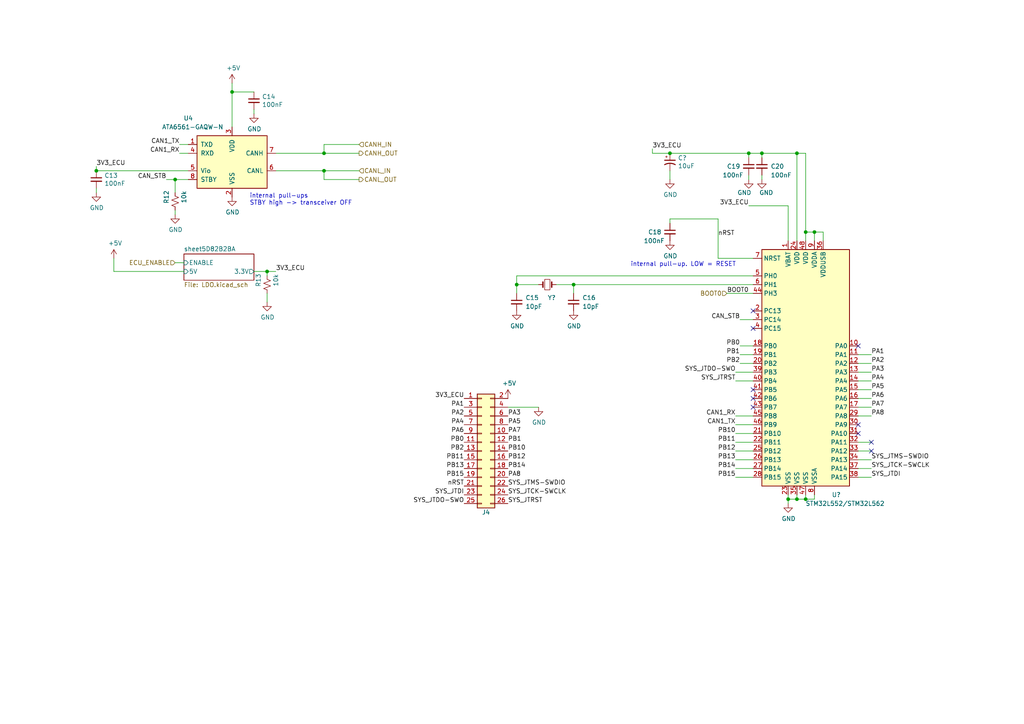
<source format=kicad_sch>
(kicad_sch (version 20230121) (generator eeschema)
  (paper "A4")
  (title_block (title "RAMN: Resistant Automotive Miniature Network V1.0") (date "2024-02-20") (rev "B2L") (company "Copyright (c) 2024 TOYOTA MOTOR CORPORATION. ALL RIGHTS RESERVED.") (comment 3 "License: CC BY-SA 4.0") (comment 4 "https://github.com/toyotainfotech/ramn"))
  (lib_symbols
    (symbol "Connector_Generic:Conn_02x13_Odd_Even" (pin_names (offset 1.016) hide)
      (property "Reference" "J" (at 1.27 17.78 0))
      (property "Value" "Conn_02x13_Odd_Even" (at 1.27 -17.78 0))
      (symbol "Conn_02x13_Odd_Even_1_1"
        (rectangle (start -1.27 -15.113) (end 0 -15.367) (stroke (width 0.1524)))
        (rectangle (start -1.27 -12.573) (end 0 -12.827) (stroke (width 0.1524)))
        (rectangle (start -1.27 -10.033) (end 0 -10.287) (stroke (width 0.1524)))
        (rectangle (start -1.27 -7.493) (end 0 -7.747) (stroke (width 0.1524)))
        (rectangle (start -1.27 -4.953) (end 0 -5.207) (stroke (width 0.1524)))
        (rectangle (start -1.27 -2.413) (end 0 -2.667) (stroke (width 0.1524)))
        (rectangle (start -1.27 0.127) (end 0 -0.127) (stroke (width 0.1524)))
        (rectangle (start -1.27 2.667) (end 0 2.413) (stroke (width 0.1524)))
        (rectangle (start -1.27 5.207) (end 0 4.953) (stroke (width 0.1524)))
        (rectangle (start -1.27 7.747) (end 0 7.493) (stroke (width 0.1524)))
        (rectangle (start -1.27 10.287) (end 0 10.033) (stroke (width 0.1524)))
        (rectangle (start -1.27 12.827) (end 0 12.573) (stroke (width 0.1524)))
        (rectangle (start -1.27 15.367) (end 0 15.113) (stroke (width 0.1524)))
        (rectangle (start -1.27 16.51) (end 3.81 -16.51) (stroke (width 0.254)) (fill (type background)))
        (rectangle (start 3.81 -15.113) (end 2.54 -15.367) (stroke (width 0.1524)))
        (rectangle (start 3.81 -12.573) (end 2.54 -12.827) (stroke (width 0.1524)))
        (rectangle (start 3.81 -10.033) (end 2.54 -10.287) (stroke (width 0.1524)))
        (rectangle (start 3.81 -7.493) (end 2.54 -7.747) (stroke (width 0.1524)))
        (rectangle (start 3.81 -4.953) (end 2.54 -5.207) (stroke (width 0.1524)))
        (rectangle (start 3.81 -2.413) (end 2.54 -2.667) (stroke (width 0.1524)))
        (rectangle (start 3.81 0.127) (end 2.54 -0.127) (stroke (width 0.1524)))
        (rectangle (start 3.81 2.667) (end 2.54 2.413) (stroke (width 0.1524)))
        (rectangle (start 3.81 5.207) (end 2.54 4.953) (stroke (width 0.1524)))
        (rectangle (start 3.81 7.747) (end 2.54 7.493) (stroke (width 0.1524)))
        (rectangle (start 3.81 10.287) (end 2.54 10.033) (stroke (width 0.1524)))
        (rectangle (start 3.81 12.827) (end 2.54 12.573) (stroke (width 0.1524)))
        (rectangle (start 3.81 15.367) (end 2.54 15.113) (stroke (width 0.1524)))
        (pin passive line (at -5.08 15.24 0) (length 3.81) (name "Pin_1") (number "1"))
        (pin passive line (at 7.62 5.08 180) (length 3.81) (name "Pin_10") (number "10"))
        (pin passive line (at -5.08 2.54 0) (length 3.81) (name "Pin_11") (number "11"))
        (pin passive line (at 7.62 2.54 180) (length 3.81) (name "Pin_12") (number "12"))
        (pin passive line (at -5.08 0 0) (length 3.81) (name "Pin_13") (number "13"))
        (pin passive line (at 7.62 0 180) (length 3.81) (name "Pin_14") (number "14"))
        (pin passive line (at -5.08 -2.54 0) (length 3.81) (name "Pin_15") (number "15"))
        (pin passive line (at 7.62 -2.54 180) (length 3.81) (name "Pin_16") (number "16"))
        (pin passive line (at -5.08 -5.08 0) (length 3.81) (name "Pin_17") (number "17"))
        (pin passive line (at 7.62 -5.08 180) (length 3.81) (name "Pin_18") (number "18"))
        (pin passive line (at -5.08 -7.62 0) (length 3.81) (name "Pin_19") (number "19"))
        (pin passive line (at 7.62 15.24 180) (length 3.81) (name "Pin_2") (number "2"))
        (pin passive line (at 7.62 -7.62 180) (length 3.81) (name "Pin_20") (number "20"))
        (pin passive line (at -5.08 -10.16 0) (length 3.81) (name "Pin_21") (number "21"))
        (pin passive line (at 7.62 -10.16 180) (length 3.81) (name "Pin_22") (number "22"))
        (pin passive line (at -5.08 -12.7 0) (length 3.81) (name "Pin_23") (number "23"))
        (pin passive line (at 7.62 -12.7 180) (length 3.81) (name "Pin_24") (number "24"))
        (pin passive line (at -5.08 -15.24 0) (length 3.81) (name "Pin_25") (number "25"))
        (pin passive line (at 7.62 -15.24 180) (length 3.81) (name "Pin_26") (number "26"))
        (pin passive line (at -5.08 12.7 0) (length 3.81) (name "Pin_3") (number "3"))
        (pin passive line (at 7.62 12.7 180) (length 3.81) (name "Pin_4") (number "4"))
        (pin passive line (at -5.08 10.16 0) (length 3.81) (name "Pin_5") (number "5"))
        (pin passive line (at 7.62 10.16 180) (length 3.81) (name "Pin_6") (number "6"))
        (pin passive line (at -5.08 7.62 0) (length 3.81) (name "Pin_7") (number "7"))
        (pin passive line (at 7.62 7.62 180) (length 3.81) (name "Pin_8") (number "8"))
        (pin passive line (at -5.08 5.08 0) (length 3.81) (name "Pin_9") (number "9"))
      )
    )
    (symbol "Device:C_Small" (pin_numbers hide) (pin_names (offset 0.254) hide)
      (property "Reference" "C" (at 0.254 1.778 0))
      (property "Value" "C_Small" (at 0.254 -2.032 0))
      (symbol "C_Small_0_1"
        (polyline (pts (xy -1.524 -0.508) (xy 1.524 -0.508)) (stroke (width 0.3302)))
        (polyline (pts (xy -1.524 0.508) (xy 1.524 0.508)) (stroke (width 0.3048)))
      )
      (symbol "C_Small_1_1"
        (pin passive line (at 0 2.54 270) (length 2.032) (name "~") (number "1"))
        (pin passive line (at 0 -2.54 90) (length 2.032) (name "~") (number "2"))
      )
    )
    (symbol "Device:Crystal_Small" (pin_numbers hide) (pin_names (offset 1.016) hide)
      (property "Reference" "Y" (at 0 2.54 0))
      (property "Value" "Crystal_Small" (at 0 -2.54 0))
      (symbol "Crystal_Small_0_1"
        (rectangle (start -0.762 -1.524) (end 0.762 1.524))
        (polyline (pts (xy -1.27 -0.762) (xy -1.27 0.762)) (stroke (width 0.381)))
        (polyline (pts (xy 1.27 -0.762) (xy 1.27 0.762)) (stroke (width 0.381)))
      )
      (symbol "Crystal_Small_1_1"
        (pin passive line (at -2.54 0 0) (length 1.27) (name "1") (number "1"))
        (pin passive line (at 2.54 0 180) (length 1.27) (name "2") (number "2"))
      )
    )
    (symbol "Device:R_Small_US" (pin_numbers hide) (pin_names (offset 0.254) hide)
      (property "Reference" "R" (at 0.762 0.508 0))
      (property "Value" "R_Small_US" (at 0.762 -1.016 0))
      (symbol "R_Small_US_1_1"
        (polyline (pts (xy 0 0) (xy 1.016 -0.381) (xy 0 -0.762) (xy -1.016 -1.143) (xy 0 -1.524)))
        (polyline (pts (xy 0 1.524) (xy 1.016 1.143) (xy 0 0.762) (xy -1.016 0.381) (xy 0 0)))
        (pin passive line (at 0 2.54 270) (length 1.016) (name "~") (number "1"))
        (pin passive line (at 0 -2.54 90) (length 1.016) (name "~") (number "2"))
      )
    )
    (symbol "Interface_CAN_LIN:MCP2562-E-SN" (pin_names (offset 1.016))
      (property "Reference" "U" (at -10.16 8.89 0))
      (property "Value" "MCP2562-E-SN" (at 2.54 8.89 0))
      (symbol "MCP2562-E-SN_0_1"
        (rectangle (start -10.16 7.62) (end 10.16 -7.62) (stroke (width 0.254)) (fill (type background)))
      )
      (symbol "MCP2562-E-SN_1_1"
        (pin input line (at -12.7 5.08 0) (length 2.54) (name "TXD") (number "1"))
        (pin power_in line (at 0 -10.16 90) (length 2.54) (name "VSS") (number "2"))
        (pin power_in line (at 0 10.16 270) (length 2.54) (name "VDD") (number "3"))
        (pin output line (at -12.7 2.54 0) (length 2.54) (name "RXD") (number "4"))
        (pin power_in line (at -12.7 -2.54 0) (length 2.54) (name "Vio") (number "5"))
        (pin bidirectional line (at 12.7 -2.54 180) (length 2.54) (name "CANL") (number "6"))
        (pin bidirectional line (at 12.7 2.54 180) (length 2.54) (name "CANH") (number "7"))
        (pin input line (at -12.7 -5.08 0) (length 2.54) (name "STBY") (number "8"))
      )
    )
    (symbol "power:+5V" (power) (pin_names (offset 0))
      (property "Value" "+5V" (at 0 3.556 0))
      (symbol "+5V_0_1"
        (polyline (pts (xy -0.762 1.27) (xy 0 2.54)))
        (polyline (pts (xy 0 0) (xy 0 2.54)))
        (polyline (pts (xy 0 2.54) (xy 0.762 1.27)))
      )
      (symbol "+5V_1_1"
        (pin power_in line (at 0 0 90) (length 0) hide (name "+5V") (number "1"))
      )
    )
    (symbol "power:GND" (power) (pin_names (offset 0))
      (property "Value" "GND" (at 0 -3.81 0))
      (symbol "GND_0_1"
        (polyline (pts (xy 0 0) (xy 0 -1.27) (xy 1.27 -1.27) (xy 0 -2.54) (xy -1.27 -1.27) (xy 0 -1.27)))
      )
      (symbol "GND_1_1"
        (pin power_in line (at 0 0 270) (length 0) hide (name "GND") (number "1"))
      )
    )
    (symbol "ramn-rescue:CP1_Small-Device" (pin_numbers hide) (pin_names (offset 0.254) hide)
      (property "Reference" "C" (at 0.254 1.778 0))
      (property "Value" "Device_CP1_Small" (at 0.254 -2.032 0))
      (symbol "CP1_Small-Device_0_1"
        (polyline (pts (xy -1.524 0.508) (xy 1.524 0.508)) (stroke (width 0.3048)))
        (polyline (pts (xy -1.27 1.524) (xy -0.762 1.524)))
        (polyline (pts (xy -1.016 1.27) (xy -1.016 1.778)))
        (arc (start 1.524 -0.762) (mid 0 -0.3734) (end -1.524 -0.762) (stroke (width 0.3048)))
      )
      (symbol "CP1_Small-Device_1_1"
        (pin passive line (at 0 2.54 270) (length 2.032) (name "~") (number "1"))
        (pin passive line (at 0 -2.54 90) (length 2.032) (name "~") (number "2"))
      )
    )
    (symbol "ramn-rescue:STM32L443CCTx-MCU_ST_STM32L4"
      (property "Reference" "U" (at -12.7 34.29 0))
      (property "Value" "MCU_ST_STM32L4_STM32L443CCTx" (at 7.62 34.29 0))
      (symbol "STM32L443CCTx-MCU_ST_STM32L4_0_1"
        (rectangle (start -12.7 -35.56) (end 12.7 33.02) (stroke (width 0.254)) (fill (type background)))
      )
      (symbol "STM32L443CCTx-MCU_ST_STM32L4_1_1"
        (pin power_in line (at -5.08 35.56 270) (length 2.54) (name "VBAT") (number "1"))
        (pin bidirectional line (at 15.24 5.08 180) (length 2.54) (name "PA0") (number "10"))
        (pin bidirectional line (at 15.24 2.54 180) (length 2.54) (name "PA1") (number "11"))
        (pin bidirectional line (at 15.24 0 180) (length 2.54) (name "PA2") (number "12"))
        (pin bidirectional line (at 15.24 -2.54 180) (length 2.54) (name "PA3") (number "13"))
        (pin bidirectional line (at 15.24 -5.08 180) (length 2.54) (name "PA4") (number "14"))
        (pin bidirectional line (at 15.24 -7.62 180) (length 2.54) (name "PA5") (number "15"))
        (pin bidirectional line (at 15.24 -10.16 180) (length 2.54) (name "PA6") (number "16"))
        (pin bidirectional line (at 15.24 -12.7 180) (length 2.54) (name "PA7") (number "17"))
        (pin bidirectional line (at -15.24 5.08 0) (length 2.54) (name "PB0") (number "18"))
        (pin bidirectional line (at -15.24 2.54 0) (length 2.54) (name "PB1") (number "19"))
        (pin bidirectional line (at -15.24 15.24 0) (length 2.54) (name "PC13") (number "2"))
        (pin bidirectional line (at -15.24 0 0) (length 2.54) (name "PB2") (number "20"))
        (pin bidirectional line (at -15.24 -20.32 0) (length 2.54) (name "PB10") (number "21"))
        (pin bidirectional line (at -15.24 -22.86 0) (length 2.54) (name "PB11") (number "22"))
        (pin power_in line (at -5.08 -38.1 90) (length 2.54) (name "VSS") (number "23"))
        (pin power_in line (at -2.54 35.56 270) (length 2.54) (name "VDD") (number "24"))
        (pin bidirectional line (at -15.24 -25.4 0) (length 2.54) (name "PB12") (number "25"))
        (pin bidirectional line (at -15.24 -27.94 0) (length 2.54) (name "PB13") (number "26"))
        (pin bidirectional line (at -15.24 -30.48 0) (length 2.54) (name "PB14") (number "27"))
        (pin bidirectional line (at -15.24 -33.02 0) (length 2.54) (name "PB15") (number "28"))
        (pin bidirectional line (at 15.24 -15.24 180) (length 2.54) (name "PA8") (number "29"))
        (pin bidirectional line (at -15.24 12.7 0) (length 2.54) (name "PC14") (number "3"))
        (pin bidirectional line (at 15.24 -17.78 180) (length 2.54) (name "PA9") (number "30"))
        (pin bidirectional line (at 15.24 -20.32 180) (length 2.54) (name "PA10") (number "31"))
        (pin bidirectional line (at 15.24 -22.86 180) (length 2.54) (name "PA11") (number "32"))
        (pin bidirectional line (at 15.24 -25.4 180) (length 2.54) (name "PA12") (number "33"))
        (pin bidirectional line (at 15.24 -27.94 180) (length 2.54) (name "PA13") (number "34"))
        (pin power_in line (at -2.54 -38.1 90) (length 2.54) (name "VSS") (number "35"))
        (pin power_in line (at 5.08 35.56 270) (length 2.54) (name "VDDUSB") (number "36"))
        (pin bidirectional line (at 15.24 -30.48 180) (length 2.54) (name "PA14") (number "37"))
        (pin bidirectional line (at 15.24 -33.02 180) (length 2.54) (name "PA15") (number "38"))
        (pin bidirectional line (at -15.24 -2.54 0) (length 2.54) (name "PB3") (number "39"))
        (pin bidirectional line (at -15.24 10.16 0) (length 2.54) (name "PC15") (number "4"))
        (pin bidirectional line (at -15.24 -5.08 0) (length 2.54) (name "PB4") (number "40"))
        (pin bidirectional line (at -15.24 -7.62 0) (length 2.54) (name "PB5") (number "41"))
        (pin bidirectional line (at -15.24 -10.16 0) (length 2.54) (name "PB6") (number "42"))
        (pin bidirectional line (at -15.24 -12.7 0) (length 2.54) (name "PB7") (number "43"))
        (pin bidirectional line (at -15.24 20.32 0) (length 2.54) (name "PH3") (number "44"))
        (pin bidirectional line (at -15.24 -15.24 0) (length 2.54) (name "PB8") (number "45"))
        (pin bidirectional line (at -15.24 -17.78 0) (length 2.54) (name "PB9") (number "46"))
        (pin power_in line (at 0 -38.1 90) (length 2.54) (name "VSS") (number "47"))
        (pin power_in line (at 0 35.56 270) (length 2.54) (name "VDD") (number "48"))
        (pin input line (at -15.24 25.4 0) (length 2.54) (name "PH0") (number "5"))
        (pin input line (at -15.24 22.86 0) (length 2.54) (name "PH1") (number "6"))
        (pin input line (at -15.24 30.48 0) (length 2.54) (name "NRST") (number "7"))
        (pin power_in line (at 2.54 -38.1 90) (length 2.54) (name "VSSA") (number "8"))
        (pin power_in line (at 2.54 35.56 270) (length 2.54) (name "VDDA") (number "9"))
      )
    )
  )
  (junction (at 231.14 144.78))
  (junction (at 236.22 67.31))
  (junction (at 93.98 44.45))
  (junction (at 93.98 49.53))
  (junction (at 194.31 44.45))
  (junction (at 231.14 44.45))
  (junction (at 149.86 82.55))
  (junction (at 77.47 78.74))
  (junction (at 166.37 82.55))
  (junction (at 27.94 49.53))
  (junction (at 233.68 144.78))
  (junction (at 50.8 52.07))
  (junction (at 233.68 67.31))
  (junction (at 217.17 44.45))
  (junction (at 220.98 44.45))
  (junction (at 228.6 144.78))
  (junction (at 67.31 26.67))
  (no_connect (at 218.44 115.57))
  (no_connect (at 218.44 118.11))
  (no_connect (at 252.73 130.81))
  (no_connect (at 218.44 90.17))
  (no_connect (at 248.92 100.33))
  (no_connect (at 218.44 113.03))
  (no_connect (at 252.73 128.27))
  (no_connect (at 248.92 123.19))
  (no_connect (at 248.92 125.73))
  (no_connect (at 218.44 95.25))
  (wire (pts (xy 248.92 118.11) (xy 252.73 118.11)))
  (wire (pts (xy 80.01 49.53) (xy 93.98 49.53)))
  (wire (pts (xy 213.36 135.89) (xy 218.44 135.89)))
  (wire (pts (xy 248.92 115.57) (xy 252.73 115.57)))
  (wire (pts (xy 214.63 105.41) (xy 218.44 105.41)))
  (wire (pts (xy 194.31 44.45) (xy 189.23 44.45)))
  (wire (pts (xy 67.31 26.67) (xy 67.31 36.83)))
  (wire (pts (xy 231.14 144.78) (xy 228.6 144.78)))
  (wire (pts (xy 149.86 80.01) (xy 218.44 80.01)))
  (wire (pts (xy 217.17 44.45) (xy 220.98 44.45)))
  (wire (pts (xy 194.31 49.53) (xy 194.31 52.07)))
  (wire (pts (xy 236.22 144.78) (xy 233.68 144.78)))
  (wire (pts (xy 217.17 59.69) (xy 228.6 59.69)))
  (wire (pts (xy 93.98 52.07) (xy 104.14 52.07)))
  (wire (pts (xy 228.6 143.51) (xy 228.6 144.78)))
  (wire (pts (xy 218.44 107.95) (xy 213.36 107.95)))
  (wire (pts (xy 93.98 41.91) (xy 104.14 41.91)))
  (wire (pts (xy 248.92 110.49) (xy 252.73 110.49)))
  (wire (pts (xy 210.82 85.09) (xy 218.44 85.09)))
  (wire (pts (xy 248.92 120.65) (xy 252.73 120.65)))
  (wire (pts (xy 248.92 105.41) (xy 252.73 105.41)))
  (wire (pts (xy 252.73 128.27) (xy 248.92 128.27)))
  (wire (pts (xy 147.32 118.11) (xy 156.21 118.11)))
  (wire (pts (xy 189.23 44.45) (xy 189.23 43.18)))
  (wire (pts (xy 213.36 130.81) (xy 218.44 130.81)))
  (wire (pts (xy 213.36 125.73) (xy 218.44 125.73)))
  (wire (pts (xy 50.8 76.2) (xy 53.34 76.2)))
  (wire (pts (xy 252.73 138.43) (xy 248.92 138.43)))
  (wire (pts (xy 233.68 67.31) (xy 233.68 44.45)))
  (wire (pts (xy 236.22 69.85) (xy 236.22 67.31)))
  (wire (pts (xy 248.92 107.95) (xy 252.73 107.95)))
  (wire (pts (xy 231.14 143.51) (xy 231.14 144.78)))
  (wire (pts (xy 213.36 138.43) (xy 218.44 138.43)))
  (wire (pts (xy 77.47 80.01) (xy 77.47 78.74)))
  (wire (pts (xy 213.36 128.27) (xy 218.44 128.27)))
  (wire (pts (xy 27.94 48.26) (xy 27.94 49.53)))
  (wire (pts (xy 77.47 78.74) (xy 80.01 78.74)))
  (wire (pts (xy 50.8 52.07) (xy 48.26 52.07)))
  (wire (pts (xy 194.31 44.45) (xy 217.17 44.45)))
  (wire (pts (xy 217.17 44.45) (xy 217.17 45.72)))
  (wire (pts (xy 252.73 135.89) (xy 248.92 135.89)))
  (wire (pts (xy 194.31 63.5) (xy 208.28 63.5)))
  (wire (pts (xy 27.94 49.53) (xy 54.61 49.53)))
  (wire (pts (xy 248.92 113.03) (xy 252.73 113.03)))
  (wire (pts (xy 208.28 74.93) (xy 218.44 74.93)))
  (wire (pts (xy 50.8 52.07) (xy 50.8 55.88)))
  (wire (pts (xy 50.8 60.96) (xy 50.8 62.23)))
  (wire (pts (xy 161.29 82.55) (xy 166.37 82.55)))
  (wire (pts (xy 73.66 26.67) (xy 67.31 26.67)))
  (wire (pts (xy 214.63 102.87) (xy 218.44 102.87)))
  (wire (pts (xy 231.14 44.45) (xy 233.68 44.45)))
  (wire (pts (xy 73.66 78.74) (xy 77.47 78.74)))
  (wire (pts (xy 218.44 110.49) (xy 213.36 110.49)))
  (wire (pts (xy 218.44 92.71) (xy 214.63 92.71)))
  (wire (pts (xy 194.31 64.77) (xy 194.31 63.5)))
  (wire (pts (xy 208.28 63.5) (xy 208.28 74.93)))
  (wire (pts (xy 220.98 44.45) (xy 220.98 45.72)))
  (wire (pts (xy 149.86 80.01) (xy 149.86 82.55)))
  (wire (pts (xy 233.68 143.51) (xy 233.68 144.78)))
  (wire (pts (xy 236.22 143.51) (xy 236.22 144.78)))
  (wire (pts (xy 54.61 52.07) (xy 50.8 52.07)))
  (wire (pts (xy 166.37 82.55) (xy 218.44 82.55)))
  (wire (pts (xy 149.86 82.55) (xy 149.86 85.09)))
  (wire (pts (xy 166.37 82.55) (xy 166.37 85.09)))
  (wire (pts (xy 248.92 133.35) (xy 252.73 133.35)))
  (wire (pts (xy 33.02 74.93) (xy 33.02 78.74)))
  (wire (pts (xy 93.98 49.53) (xy 104.14 49.53)))
  (wire (pts (xy 213.36 123.19) (xy 218.44 123.19)))
  (wire (pts (xy 27.94 54.61) (xy 27.94 55.88)))
  (wire (pts (xy 220.98 50.8) (xy 220.98 52.07)))
  (wire (pts (xy 67.31 24.13) (xy 67.31 26.67)))
  (wire (pts (xy 220.98 44.45) (xy 231.14 44.45)))
  (wire (pts (xy 93.98 44.45) (xy 93.98 41.91)))
  (wire (pts (xy 236.22 67.31) (xy 233.68 67.31)))
  (wire (pts (xy 228.6 144.78) (xy 228.6 146.05)))
  (wire (pts (xy 214.63 100.33) (xy 218.44 100.33)))
  (wire (pts (xy 73.66 31.75) (xy 73.66 33.02)))
  (wire (pts (xy 236.22 67.31) (xy 238.76 67.31)))
  (wire (pts (xy 77.47 85.09) (xy 77.47 87.63)))
  (wire (pts (xy 149.86 82.55) (xy 156.21 82.55)))
  (wire (pts (xy 217.17 50.8) (xy 217.17 52.07)))
  (wire (pts (xy 228.6 59.69) (xy 228.6 69.85)))
  (wire (pts (xy 248.92 102.87) (xy 252.73 102.87)))
  (wire (pts (xy 80.01 44.45) (xy 93.98 44.45)))
  (wire (pts (xy 238.76 67.31) (xy 238.76 69.85)))
  (wire (pts (xy 231.14 69.85) (xy 231.14 44.45)))
  (wire (pts (xy 213.36 133.35) (xy 218.44 133.35)))
  (wire (pts (xy 52.07 44.45) (xy 54.61 44.45)))
  (wire (pts (xy 93.98 44.45) (xy 104.14 44.45)))
  (wire (pts (xy 33.02 78.74) (xy 53.34 78.74)))
  (wire (pts (xy 233.68 69.85) (xy 233.68 67.31)))
  (wire (pts (xy 93.98 52.07) (xy 93.98 49.53)))
  (wire (pts (xy 248.92 130.81) (xy 252.73 130.81)))
  (wire (pts (xy 52.07 41.91) (xy 54.61 41.91)))
  (wire (pts (xy 233.68 144.78) (xy 231.14 144.78)))
  (wire (pts (xy 213.36 120.65) (xy 218.44 120.65)))
  (text "internal pull-ups\nSTBY high -> transceiver OFF" (at 72.39 59.69 0) (effects (font (size 1.27 1.27)) (justify left bottom)))
  (text "internal pull-up. LOW = RESET" (at 182.88 77.47 0) (effects (font (size 1.27 1.27)) (justify left bottom)))
  (label "PB15" (at 134.62 138.43 180))
  (label "PA5" (at 252.73 113.03 0))
  (label "SYS_JTDI" (at 134.62 143.51 180))
  (label "SYS_JTCK-SWCLK" (at 252.73 135.89 0))
  (label "PB10" (at 213.36 125.73 180))
  (label "PA3" (at 147.32 120.65 0))
  (label "SYS_JTMS-SWDIO" (at 252.73 133.35 0))
  (label "SYS_JTCK-SWCLK" (at 147.32 143.51 0))
  (label "nRST" (at 208.28 68.58 0))
  (label "3V3_ECU" (at 134.62 115.57 180))
  (label "SYS_JTMS-SWDIO" (at 147.32 140.97 0))
  (label "PB11" (at 213.36 128.27 180))
  (label "PB10" (at 147.32 130.81 0))
  (label "PB13" (at 134.62 135.89 180))
  (label "PB0" (at 134.62 128.27 180))
  (label "3V3_ECU" (at 80.01 78.74 0))
  (label "PB0" (at 214.63 100.33 180))
  (label "PB2" (at 214.63 105.41 180))
  (label "3V3_ECU" (at 217.17 59.69 180))
  (label "PA6" (at 134.62 125.73 180))
  (label "PB12" (at 213.36 130.81 180))
  (label "PB2" (at 134.62 130.81 180))
  (label "PB14" (at 147.32 135.89 0))
  (label "PA1" (at 134.62 118.11 180))
  (label "CAN1_TX" (at 213.36 123.19 180))
  (label "PA8" (at 147.32 138.43 0))
  (label "PA2" (at 252.73 105.41 0))
  (label "BOOT0" (at 217.17 85.09 180))
  (label "PB13" (at 213.36 133.35 180))
  (label "PB1" (at 214.63 102.87 180))
  (label "SYS_JTDO-SWO" (at 213.36 107.95 180))
  (label "SYS_JTRST" (at 147.32 146.05 0))
  (label "PA2" (at 134.62 120.65 180))
  (label "PA1" (at 252.73 102.87 0))
  (label "3V3_ECU" (at 189.23 43.18 0))
  (label "CAN_STB" (at 48.26 52.07 180))
  (label "SYS_JTDI" (at 252.73 138.43 0))
  (label "PB11" (at 134.62 133.35 180))
  (label "PA7" (at 147.32 125.73 0))
  (label "PA7" (at 252.73 118.11 0))
  (label "SYS_JTDO-SWO" (at 134.62 146.05 180))
  (label "3V3_ECU" (at 27.94 48.26 0))
  (label "PB12" (at 147.32 133.35 0))
  (label "PB14" (at 213.36 135.89 180))
  (label "PB1" (at 147.32 128.27 0))
  (label "PA4" (at 252.73 110.49 0))
  (label "CAN1_TX" (at 52.07 41.91 180))
  (label "nRST" (at 134.62 140.97 180))
  (label "PA5" (at 147.32 123.19 0))
  (label "CAN1_RX" (at 52.07 44.45 180))
  (label "PB15" (at 213.36 138.43 180))
  (label "PA3" (at 252.73 107.95 0))
  (label "PA4" (at 134.62 123.19 180))
  (label "SYS_JTRST" (at 213.36 110.49 180))
  (label "PA6" (at 252.73 115.57 0))
  (label "PA8" (at 252.73 120.65 0))
  (label "CAN1_RX" (at 213.36 120.65 180))
  (label "CAN_STB" (at 214.63 92.71 180))
  (hierarchical_label "ECU_ENABLE" (shape input) (at 50.8 76.2 180))
  (hierarchical_label "CANH_IN" (shape input) (at 104.14 41.91 0))
  (hierarchical_label "CANH_OUT" (shape output) (at 104.14 44.45 0))
  (hierarchical_label "CANL_IN" (shape input) (at 104.14 49.53 0))
  (hierarchical_label "CANL_OUT" (shape output) (at 104.14 52.07 0))
  (hierarchical_label "BOOT0" (shape input) (at 210.82 85.09 180))
  (symbol (lib_id "power:GND") (at 67.31 57.15 0) (unit 1)
    (property "Reference" "#PWR?" (effects hide))
    (property "Value" "GND" (at 67.437 61.5442 0))
    (instances (project "ramn" (path "" (reference "#PWR?") (unit 1)) (path "" (reference "#PWR047") (unit 1)) (path "" (reference "#PWR028") (unit 1)) (path "" (reference "#PWR?") (unit 1))))
  )
  (symbol (lib_id "power:+5V") (at 67.31 24.13 0) (unit 1)
    (property "Reference" "#PWR027" (effects hide))
    (property "Value" "+5V" (at 67.691 19.7358 0))
    (instances (project "ramn" (path "" (reference "#PWR027") (unit 1)) (path "" (reference "#PWR?") (unit 1)) (path "" (reference "#PWR046") (unit 1))))
  )
  (symbol (lib_id "power:GND") (at 73.66 33.02 0) (unit 1)
    (property "Reference" "#PWR?" (effects hide))
    (property "Value" "GND" (at 73.787 37.4142 0))
    (instances (project "ramn" (path "" (reference "#PWR?") (unit 1)) (path "" (reference "#PWR048") (unit 1)) (path "" (reference "#PWR029") (unit 1)) (path "" (reference "#PWR?") (unit 1))))
  )
  (symbol (lib_id "Device:C_Small") (at 73.66 29.21 0) (unit 1)
    (property "Reference" "C?" (at 75.9968 28.0416 0) (effects (justify left)))
    (property "Value" "100nF" (at 75.9968 30.353 0) (effects (justify left)))
    (property "Footprint" "Capacitor_SMD:C_0603_1608Metric" (effects hide))
    (instances (project "ramn" (path "" (reference "C14") (unit 1)) (path "" (reference "C?") (unit 1)) (path "" (reference "C24") (unit 1)) (path "" (reference "C?") (unit 1))))
  )
  (symbol (lib_id "power:GND") (at 27.94 55.88 0) (unit 1)
    (property "Reference" "#PWR?" (effects hide))
    (property "Value" "GND" (at 28.067 60.2742 0))
    (instances (project "ramn" (path "" (reference "#PWR?") (unit 1)) (path "" (reference "#PWR043") (unit 1)) (path "" (reference "#PWR024") (unit 1)) (path "" (reference "#PWR?") (unit 1))))
  )
  (symbol (lib_id "Device:C_Small") (at 27.94 52.07 0) (unit 1)
    (property "Reference" "C?" (at 30.2768 50.9016 0) (effects (justify left)))
    (property "Value" "100nF" (at 30.2768 53.213 0) (effects (justify left)))
    (property "Footprint" "Capacitor_SMD:C_0603_1608Metric" (effects hide))
    (instances (project "ramn" (path "" (reference "C13") (unit 1)) (path "" (reference "C?") (unit 1)) (path "" (reference "C23") (unit 1)) (path "" (reference "C?") (unit 1))))
  )
  (symbol (lib_id "Interface_CAN_LIN:MCP2562-E-SN") (at 67.31 46.99 0) (unit 1)
    (property "Reference" "U4" (at 54.61 34.29 0))
    (property "Value" "ATA6561-GAQW-N" (at 55.88 36.83 0))
    (property "Footprint" "Package_SO:SOIC-8_3.9x4.9mm_P1.27mm" (effects hide))
    (instances (project "ramn" (path "" (reference "U4") (unit 1)) (path "" (reference "U?") (unit 1)) (path "" (reference "U7") (unit 1))))
  )
  (symbol (lib_id "power:GND") (at 149.86 90.17 0) (unit 1)
    (property "Reference" "#PWR?" (effects hide))
    (property "Value" "GND" (at 149.987 94.5642 0))
    (instances (project "ramn" (path "" (reference "#PWR?") (unit 1)) (path "" (reference "#PWR051") (unit 1)) (path "" (reference "#PWR032") (unit 1)) (path "" (reference "#PWR?") (unit 1))))
  )
  (symbol (lib_id "power:GND") (at 166.37 90.17 0) (unit 1)
    (property "Reference" "#PWR?" (effects hide))
    (property "Value" "GND" (at 166.497 94.5642 0))
    (instances (project "ramn" (path "" (reference "#PWR?") (unit 1)) (path "" (reference "#PWR053") (unit 1)) (path "" (reference "#PWR034") (unit 1)) (path "" (reference "#PWR?") (unit 1))))
  )
  (symbol (lib_id "Device:C_Small") (at 166.37 87.63 0) (unit 1)
    (property "Reference" "C?" (at 168.91 86.36 0) (effects (justify left)))
    (property "Value" "10pF" (at 168.91 88.9 0) (effects (justify left)))
    (property "Footprint" "Capacitor_SMD:C_0603_1608Metric" (effects hide))
    (instances (project "ramn" (path "" (reference "C16") (unit 1)) (path "" (reference "C?") (unit 1)) (path "" (reference "C26") (unit 1)) (path "" (reference "C?") (unit 1))))
  )
  (symbol (lib_id "Device:C_Small") (at 149.86 87.63 0) (unit 1)
    (property "Reference" "C?" (at 152.4 86.36 0) (effects (justify left)))
    (property "Value" "10pF" (at 152.4 88.9 0) (effects (justify left)))
    (property "Footprint" "Capacitor_SMD:C_0603_1608Metric" (effects hide))
    (instances (project "ramn" (path "" (reference "C15") (unit 1)) (path "" (reference "C?") (unit 1)) (path "" (reference "C25") (unit 1)) (path "" (reference "C?") (unit 1))))
  )
  (symbol (lib_id "Device:Crystal_Small") (at 158.75 82.55 0) (unit 1)
    (property "Reference" "Y?" (at 160.02 86.36 0))
    (property "Value" "NX3225GD-8MHZ-STD-CRA-3" (effects hide))
    (property "Footprint" "digikey-footprints:SMD-2_3.2x2.5mm" (effects hide))
    (instances (project "ramn" (path "" (reference "Y?") (unit 1)) (path "" (reference "Y3") (unit 1)) (path "" (reference "Y2") (unit 1)) (path "" (reference "Y?") (unit 1))))
  )
  (symbol (lib_id "power:GND") (at 228.6 146.05 0) (unit 1)
    (property "Reference" "#PWR?" (effects hide))
    (property "Value" "GND" (at 228.727 150.4442 0))
    (instances (project "ramn" (path "" (reference "#PWR?") (unit 1)) (path "" (reference "#PWR058") (unit 1)) (path "" (reference "#PWR039") (unit 1)) (path "" (reference "#PWR?") (unit 1))))
  )
  (symbol (lib_id "power:GND") (at 194.31 69.85 0) (unit 1)
    (property "Reference" "#PWR?" (effects hide))
    (property "Value" "GND" (at 194.437 74.2442 0))
    (instances (project "ramn" (path "" (reference "#PWR?") (unit 1)) (path "" (reference "#PWR055") (unit 1)) (path "" (reference "#PWR036") (unit 1)) (path "" (reference "#PWR?") (unit 1))))
  )
  (symbol (lib_id "Device:C_Small") (at 194.31 67.31 0) (unit 1)
    (property "Reference" "C?" (at 187.96 67.31 0) (effects (justify left)))
    (property "Value" "100nF" (at 186.69 69.85 0) (effects (justify left)))
    (property "Footprint" "Capacitor_SMD:C_0603_1608Metric" (effects hide))
    (instances (project "ramn" (path "" (reference "C18") (unit 1)) (path "" (reference "C?") (unit 1)) (path "" (reference "C28") (unit 1)) (path "" (reference "C?") (unit 1))))
  )
  (symbol (lib_id "ramn-rescue:CP1_Small-Device") (at 194.31 46.99 0) (unit 1)
    (property "Reference" "C?" (at 196.6214 45.8216 0) (effects (justify left)))
    (property "Value" "10uF" (at 196.6214 48.133 0) (effects (justify left)))
    (property "Footprint" "Capacitor_SMD:C_1206_3216Metric" (effects hide))
    (instances (project "ramn" (path "" (reference "C?") (unit 1)) (path "" (reference "C27") (unit 1)) (path "" (reference "C17") (unit 1)) (path "" (reference "C?") (unit 1))))
  )
  (symbol (lib_id "power:GND") (at 194.31 52.07 0) (unit 1)
    (property "Reference" "#PWR?" (effects hide))
    (property "Value" "GND" (at 194.437 56.4642 0))
    (instances (project "ramn" (path "" (reference "#PWR?") (unit 1)) (path "" (reference "#PWR054") (unit 1)) (path "" (reference "#PWR035") (unit 1)) (path "" (reference "#PWR?") (unit 1))))
  )
  (symbol (lib_id "power:GND") (at 217.17 52.07 0) (unit 1)
    (property "Reference" "#PWR?" (effects hide))
    (property "Value" "GND" (at 215.9 55.88 0))
    (instances (project "ramn" (path "" (reference "#PWR?") (unit 1)) (path "" (reference "#PWR056") (unit 1)) (path "" (reference "#PWR037") (unit 1)) (path "" (reference "#PWR?") (unit 1))))
  )
  (symbol (lib_id "power:GND") (at 220.98 52.07 0) (unit 1)
    (property "Reference" "#PWR?" (effects hide))
    (property "Value" "GND" (at 222.25 55.88 0))
    (instances (project "ramn" (path "" (reference "#PWR?") (unit 1)) (path "" (reference "#PWR057") (unit 1)) (path "" (reference "#PWR038") (unit 1)) (path "" (reference "#PWR?") (unit 1))))
  )
  (symbol (lib_id "Device:C_Small") (at 220.98 48.26 0) (unit 1)
    (property "Reference" "C?" (at 223.52 48.26 0) (effects (justify left)))
    (property "Value" "100nF" (at 223.52 50.8 0) (effects (justify left)))
    (property "Footprint" "Capacitor_SMD:C_0603_1608Metric" (effects hide))
    (instances (project "ramn" (path "" (reference "C20") (unit 1)) (path "" (reference "C?") (unit 1)) (path "" (reference "C30") (unit 1)) (path "" (reference "C?") (unit 1))))
  )
  (symbol (lib_id "Device:C_Small") (at 217.17 48.26 0) (unit 1)
    (property "Reference" "C?" (at 210.82 48.26 0) (effects (justify left)))
    (property "Value" "100nF" (at 209.55 50.8 0) (effects (justify left)))
    (property "Footprint" "Capacitor_SMD:C_0603_1608Metric" (effects hide))
    (instances (project "ramn" (path "" (reference "C19") (unit 1)) (path "" (reference "C?") (unit 1)) (path "" (reference "C29") (unit 1)) (path "" (reference "C?") (unit 1))))
  )
  (symbol (lib_id "ramn-rescue:STM32L443CCTx-MCU_ST_STM32L4") (at 233.68 105.41 0) (unit 1)
    (property "Reference" "U?" (at 242.57 143.51 0))
    (property "Value" "STM32L552/STM32L562" (at 245.11 146.05 0))
    (property "Footprint" "Package_QFP:LQFP-48_7x7mm_P0.5mm" (effects hide))
    (property "Datasheet" "http://www.st.com/st-web-ui/static/active/en/resource/technical/document/datasheet/DM00254865.pdf" (effects hide))
    (instances (project "ramn" (path "" (reference "U?") (unit 1)) (path "" (reference "U8") (unit 1)) (path "" (reference "U5") (unit 1)) (path "" (reference "U?") (unit 1))))
  )
  (symbol (lib_id "power:+5V") (at 33.02 74.93 0) (unit 1)
    (property "Reference" "#PWR025" (effects hide))
    (property "Value" "+5V" (at 33.401 70.5358 0))
    (instances (project "ramn" (path "" (reference "#PWR025") (unit 1)) (path "" (reference "#PWR?") (unit 1)) (path "" (reference "#PWR044") (unit 1))))
  )
  (symbol (lib_id "Device:R_Small_US") (at 50.8 58.42 0) (unit 1)
    (property "Reference" "R?" (at 48.26 57.15 90))
    (property "Value" "10k" (at 53.34 57.15 90))
    (property "Footprint" "Resistor_SMD:R_0603_1608Metric" (effects hide))
    (instances (project "ramn" (path "" (reference "R12") (unit 1)) (path "" (reference "R10") (unit 1)) (path "" (reference "R?") (unit 1))))
  )
  (symbol (lib_id "power:GND") (at 50.8 62.23 0) (unit 1)
    (property "Reference" "#PWR?" (effects hide))
    (property "Value" "GND" (at 50.927 66.6242 0))
    (instances (project "ramn" (path "" (reference "#PWR?") (unit 1)) (path "" (reference "#PWR045") (unit 1)) (path "" (reference "#PWR026") (unit 1)) (path "" (reference "#PWR?") (unit 1))))
  )
  (symbol (lib_id "power:GND") (at 156.21 118.11 0) (unit 1)
    (property "Reference" "#PWR?" (effects hide))
    (property "Value" "GND" (at 156.337 122.5042 0))
    (instances (project "ramn" (path "" (reference "#PWR?") (unit 1)) (path "" (reference "#PWR052") (unit 1)) (path "" (reference "#PWR033") (unit 1)) (path "" (reference "#PWR?") (unit 1))))
  )
  (symbol (lib_id "power:+5V") (at 147.32 115.57 0) (unit 1)
    (property "Reference" "#PWR031" (effects hide))
    (property "Value" "+5V" (at 147.701 111.1758 0))
    (instances (project "ramn" (path "" (reference "#PWR031") (unit 1)) (path "" (reference "#PWR?") (unit 1)) (path "" (reference "#PWR050") (unit 1)) (path "" (reference "#PWR?") (unit 1))))
  )
  (symbol (lib_id "Connector_Generic:Conn_02x13_Odd_Even") (at 139.7 130.81 0) (unit 1)
    (property "Reference" "J4" (at 140.97 148.59 0))
    (property "Value" " " (at 140.97 112.3696 0))
    (property "Footprint" "Connector_PinSocket_2.54mm:PinSocket_2x13_P2.54mm_Vertical" (effects hide))
    (instances (project "ramn" (path "" (reference "J4") (unit 1)) (path "" (reference "J?") (unit 1)) (path "" (reference "J5") (unit 1))))
  )
  (symbol (lib_id "Device:R_Small_US") (at 77.47 82.55 0) (unit 1)
    (property "Reference" "R?" (at 74.93 81.28 90))
    (property "Value" "10k" (at 80.01 81.28 90))
    (property "Footprint" "Resistor_SMD:R_0603_1608Metric" (effects hide))
    (instances (project "ramn" (path "" (reference "R13") (unit 1)) (path "" (reference "R11") (unit 1)) (path "" (reference "R?") (unit 1))))
  )
  (symbol (lib_id "power:GND") (at 77.47 87.63 0) (unit 1)
    (property "Reference" "#PWR?" (effects hide))
    (property "Value" "GND" (at 77.597 92.0242 0))
    (instances (project "ramn" (path "" (reference "#PWR?") (unit 1)) (path "" (reference "#PWR049") (unit 1)) (path "" (reference "#PWR030") (unit 1)) (path "" (reference "#PWR?") (unit 1))))
  )
  (sheet (at 53.34 73.66) (size 20.32 7.62)
    (property "Sheetname" "sheet5D82B2BA" (at 53.34 72.9484 0) (effects (justify left bottom)))
    (property "Sheetfile" "LDO.kicad_sch" (at 53.34 81.8646 0) (effects (justify left top)))
    (pin "3.3V" output (at 73.66 78.74 0))
    (pin "5V" input (at 53.34 78.74 180))
    (pin "ENABLE" input (at 53.34 76.2 180))
  )
)
</source>
